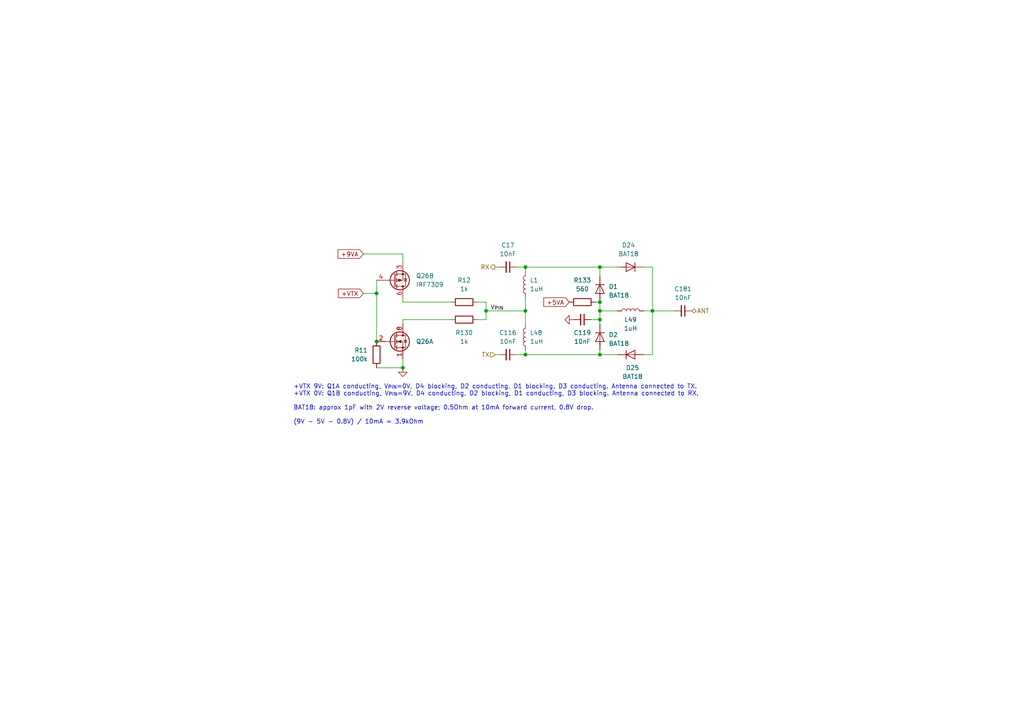
<source format=kicad_sch>
(kicad_sch (version 20211123) (generator eeschema)
  (paper "A4")
  (title_block (title "DART-70 TRX") (date "2023-02-08") (rev "0") (company "HB9EGM") (comment 1 "A 4m Band SSB/CW Transceiver"))
  (lib_symbols
    (symbol "Device:C_Small" (pin_numbers hide) (pin_names (offset 0.254) hide)
      (property "Reference" "C" (at 0.254 1.778 0))
      (property "Value" "C_Small" (at 0.254 -2.032 0))
      (symbol "C_Small_0_1"
        (polyline (pts (xy -1.524 -0.508) (xy 1.524 -0.508)) (stroke (width 0.3302)))
        (polyline (pts (xy -1.524 0.508) (xy 1.524 0.508)) (stroke (width 0.3048)))
      )
      (symbol "C_Small_1_1"
        (pin passive line (at 0 2.54 270) (length 2.032) (name "~") (number "1"))
        (pin passive line (at 0 -2.54 90) (length 2.032) (name "~") (number "2"))
      )
    )
    (symbol "Device:L" (pin_numbers hide) (pin_names (offset 1.016) hide)
      (property "Reference" "L" (at -1.27 0 90))
      (property "Value" "L" (at 1.905 0 90))
      (symbol "L_0_1"
        (arc (start 0 -2.54) (mid 0.635 -1.905) (end 0 -1.27))
        (arc (start 0 -1.27) (mid 0.635 -0.635) (end 0 0))
        (arc (start 0 0) (mid 0.635 0.635) (end 0 1.27))
        (arc (start 0 1.27) (mid 0.635 1.905) (end 0 2.54))
      )
      (symbol "L_1_1"
        (pin passive line (at 0 3.81 270) (length 1.27) (name "1") (number "1"))
        (pin passive line (at 0 -3.81 90) (length 1.27) (name "2") (number "2"))
      )
    )
    (symbol "Device:R" (pin_numbers hide) (pin_names (offset 0))
      (property "Reference" "R" (at 2.032 0 90))
      (property "Value" "R" (at 0 0 90))
      (symbol "R_0_1"
        (rectangle (start -1.016 -2.54) (end 1.016 2.54) (stroke (width 0.254)))
      )
      (symbol "R_1_1"
        (pin passive line (at 0 3.81 270) (length 1.27) (name "~") (number "1"))
        (pin passive line (at 0 -3.81 90) (length 1.27) (name "~") (number "2"))
      )
    )
    (symbol "Transistor_FET:IRF7309IPBF" (pin_names hide)
      (property "Reference" "Q" (at 5.08 1.905 0))
      (property "Value" "IRF7309IPBF" (at 5.08 0 0))
      (symbol "IRF7309IPBF_0_1"
        (polyline (pts (xy 0.254 0) (xy -2.54 0)))
        (polyline (pts (xy 0.254 1.905) (xy 0.254 -1.905)) (stroke (width 0.254)))
        (polyline (pts (xy 0.762 -1.27) (xy 0.762 -2.286)) (stroke (width 0.254)))
        (polyline (pts (xy 0.762 0.508) (xy 0.762 -0.508)) (stroke (width 0.254)))
        (polyline (pts (xy 0.762 2.286) (xy 0.762 1.27)) (stroke (width 0.254)))
        (polyline (pts (xy 2.54 2.54) (xy 2.54 1.778)))
        (polyline (pts (xy 2.54 -2.54) (xy 2.54 0) (xy 0.762 0)))
        (polyline (pts (xy 0.762 -1.778) (xy 3.302 -1.778) (xy 3.302 1.778) (xy 0.762 1.778)))
        (circle (center 1.651 0) (radius 2.794) (stroke (width 0.254)))
        (circle (center 2.54 -1.778) (radius 0.254) (fill (type outline)))
        (circle (center 2.54 1.778) (radius 0.254) (fill (type outline)))
      )
      (symbol "IRF7309IPBF_1_1"
        (polyline (pts (xy 1.016 0) (xy 2.032 0.381) (xy 2.032 -0.381) (xy 1.016 0)) (fill (type outline)))
        (polyline (pts (xy 2.794 0.508) (xy 2.921 0.381) (xy 3.683 0.381) (xy 3.81 0.254)))
        (polyline (pts (xy 3.302 0.381) (xy 2.921 -0.254) (xy 3.683 -0.254) (xy 3.302 0.381)))
        (pin passive line (at 2.54 -5.08 90) (length 2.54) (name "S") (number "1"))
        (pin input line (at -5.08 0 0) (length 2.54) (name "G") (number "2"))
        (pin passive line (at 2.54 5.08 270) (length 2.54) hide (name "D") (number "7"))
        (pin passive line (at 2.54 5.08 270) (length 2.54) (name "D") (number "8"))
      )
      (symbol "IRF7309IPBF_2_1"
        (polyline (pts (xy 2.286 0) (xy 1.27 0.381) (xy 1.27 -0.381) (xy 2.286 0)) (fill (type outline)))
        (polyline (pts (xy 2.794 -0.508) (xy 2.921 -0.381) (xy 3.683 -0.381) (xy 3.81 -0.254)))
        (polyline (pts (xy 3.302 -0.381) (xy 2.921 0.254) (xy 3.683 0.254) (xy 3.302 -0.381)))
        (pin passive line (at 2.54 -5.08 90) (length 2.54) (name "1") (number "3"))
        (pin input line (at -5.08 0 0) (length 2.54) (name "G") (number "4"))
        (pin passive line (at 2.54 5.08 270) (length 2.54) hide (name "D") (number "5"))
        (pin passive line (at 2.54 5.08 270) (length 2.54) (name "D") (number "6"))
      )
    )
    (symbol "mpb:BAT18" (pin_numbers hide) (pin_names (offset 0) hide)
      (property "Reference" "D" (at 0 2.54 0))
      (property "Value" "BAT18" (at 0 -2.54 0))
      (symbol "BAT18_0_1"
        (polyline (pts (xy -1.27 0) (xy 2.54 0)))
        (polyline (pts (xy -1.27 1.27) (xy -1.27 -1.27)) (stroke (width 0.2032)))
        (polyline (pts (xy 1.27 1.27) (xy 1.27 -1.27) (xy -1.27 0) (xy 1.27 1.27)) (stroke (width 0.2032)))
      )
      (symbol "BAT18_1_1"
        (pin passive line (at 3.81 0 180) (length 2.54) (name "A") (number "1"))
        (pin passive line (at -3.81 0 0) (length 2.54) (name "K") (number "3"))
      )
    )
    (symbol "power:GND" (power) (pin_names (offset 0))
      (property "Value" "GND" (at 0 -3.81 0))
      (symbol "GND_0_1"
        (polyline (pts (xy 0 0) (xy 0 -1.27) (xy 1.27 -1.27) (xy 0 -2.54) (xy -1.27 -1.27) (xy 0 -1.27)))
      )
      (symbol "GND_1_1"
        (pin power_in line (at 0 0 270) (length 0) hide (name "GND") (number "1"))
      )
    )
  )
  (junction (at 152.4 102.87))
  (junction (at 109.22 99.06))
  (junction (at 173.99 87.63))
  (junction (at 189.23 90.17))
  (junction (at 116.84 106.68))
  (junction (at 140.97 90.17))
  (junction (at 173.99 77.47))
  (junction (at 173.99 92.71))
  (junction (at 152.4 77.47))
  (junction (at 152.4 90.17))
  (junction (at 109.22 85.09))
  (junction (at 173.99 90.17))
  (junction (at 173.99 102.87))
  (wire (pts (xy 149.86 77.47) (xy 152.4 77.47)))
  (wire (pts (xy 179.07 102.87) (xy 173.99 102.87)))
  (wire (pts (xy 143.51 102.87) (xy 144.78 102.87)))
  (wire (pts (xy 149.86 102.87) (xy 152.4 102.87)))
  (wire (pts (xy 173.99 77.47) (xy 179.07 77.47)))
  (wire (pts (xy 189.23 90.17) (xy 195.58 90.17)))
  (wire (pts (xy 189.23 90.17) (xy 186.69 90.17)))
  (wire (pts (xy 173.99 92.71) (xy 173.99 93.98)))
  (wire (pts (xy 173.99 92.71) (xy 173.99 90.17)))
  (wire (pts (xy 152.4 102.87) (xy 152.4 101.6)))
  (wire (pts (xy 109.22 85.09) (xy 109.22 99.06)))
  (wire (pts (xy 109.22 81.28) (xy 109.22 85.09)))
  (wire (pts (xy 152.4 78.74) (xy 152.4 77.47)))
  (wire (pts (xy 109.22 106.68) (xy 116.84 106.68)))
  (wire (pts (xy 173.99 102.87) (xy 152.4 102.87)))
  (wire (pts (xy 173.99 80.01) (xy 173.99 77.47)))
  (wire (pts (xy 116.84 87.63) (xy 130.81 87.63)))
  (wire (pts (xy 116.84 106.68) (xy 116.84 104.14)))
  (wire (pts (xy 116.84 86.36) (xy 116.84 87.63)))
  (wire (pts (xy 189.23 102.87) (xy 186.69 102.87)))
  (wire (pts (xy 189.23 90.17) (xy 189.23 102.87)))
  (wire (pts (xy 173.99 87.63) (xy 173.99 90.17)))
  (wire (pts (xy 116.84 73.66) (xy 116.84 76.2)))
  (wire (pts (xy 105.41 73.66) (xy 116.84 73.66)))
  (wire (pts (xy 173.99 90.17) (xy 179.07 90.17)))
  (wire (pts (xy 140.97 92.71) (xy 138.43 92.71)))
  (wire (pts (xy 152.4 90.17) (xy 152.4 93.98)))
  (wire (pts (xy 140.97 87.63) (xy 138.43 87.63)))
  (wire (pts (xy 105.41 85.09) (xy 109.22 85.09)))
  (wire (pts (xy 152.4 86.36) (xy 152.4 90.17)))
  (wire (pts (xy 189.23 77.47) (xy 186.69 77.47)))
  (wire (pts (xy 173.99 102.87) (xy 173.99 101.6)))
  (wire (pts (xy 152.4 77.47) (xy 173.99 77.47)))
  (wire (pts (xy 173.99 92.71) (xy 171.45 92.71)))
  (wire (pts (xy 172.72 87.63) (xy 173.99 87.63)))
  (wire (pts (xy 116.84 92.71) (xy 116.84 93.98)))
  (wire (pts (xy 143.51 77.47) (xy 144.78 77.47)))
  (wire (pts (xy 140.97 90.17) (xy 152.4 90.17)))
  (wire (pts (xy 189.23 77.47) (xy 189.23 90.17)))
  (wire (pts (xy 140.97 87.63) (xy 140.97 90.17)))
  (wire (pts (xy 130.81 92.71) (xy 116.84 92.71)))
  (wire (pts (xy 140.97 90.17) (xy 140.97 92.71)))
  (text "+VTX 9V: Q1A conducting, V_{PIN}=0V, D4 blocking, D2 conducting, D1 blocking, D3 conducting. Antenna connected to TX.\n+VTX 0V: Q1B conducting, V_{PIN}=9V, D4 conducting, D2 blocking, D1 conducting, D3 blocking. Antenna connected to RX.\n\nBAT18: approx 1pF with 2V reverse voltage; 0.5Ohm at 10mA forward current, 0.8V drop.\n\n(9V - 5V - 0.8V) / 10mA = 3.9kOhm" (at 85.09 123.19 0) (effects (font (size 1.27 1.27)) (justify left bottom)))
  (label "V_{PIN}" (at 142.24 90.17 0))
  (global_label "+5VA" (shape input) (at 165.1 87.63 180) (property "Intersheet References" "${INTERSHEET_REFS}" (effects hide)))
  (global_label "+VTX" (shape input) (at 105.41 85.09 180) (property "Intersheet References" "${INTERSHEET_REFS}" (effects hide)))
  (global_label "+9VA" (shape input) (at 105.41 73.66 180) (property "Intersheet References" "${INTERSHEET_REFS}" (effects hide)))
  (hierarchical_label "TX" (shape input) (at 143.51 102.87 180))
  (hierarchical_label "ANT" (shape bidirectional) (at 200.66 90.17 0))
  (hierarchical_label "RX" (shape output) (at 143.51 77.47 180))
  (symbol (lib_id "mpb:BAT18") (at 182.88 77.47 180) (unit 1)
    (property "Reference" "D24" (at 182.2958 71.12 0))
    (property "Value" "BAT18" (at 182.2958 73.66 0))
    (property "Footprint" "Package_TO_SOT_SMD:SOT-23_Handsoldering" (effects hide))
    (property "Need_order" "0" (effects hide))
    (property "MPN" "BAT18" (effects hide))
  )
  (symbol (lib_id "power:GND") (at 116.84 106.68 0) (unit 1)
    (property "Reference" "#PWR057" (effects hide))
    (property "Value" "GND" (effects hide))
  )
  (symbol (lib_id "mpb:BAT18") (at 173.99 83.82 270) (unit 1)
    (property "Reference" "D1" (at 176.53 83.1341 90) (effects (justify left)))
    (property "Value" "BAT18" (at 176.53 85.6741 90) (effects (justify left)))
    (property "Footprint" "Package_TO_SOT_SMD:SOT-23_Handsoldering" (effects hide))
    (property "Need_order" "0" (effects hide))
    (property "MPN" "BAT18" (effects hide))
  )
  (symbol (lib_id "Device:C_Small") (at 147.32 77.47 270) (mirror x) (unit 1)
    (property "Reference" "C17" (at 147.3136 71.12 90))
    (property "Value" "10nF" (at 147.3136 73.66 90))
    (property "Footprint" "Capacitor_SMD:C_0805_2012Metric_Pad1.18x1.45mm_HandSolder" (effects hide))
    (property "MPN" "VJ0805A103KXJTBC" (effects hide))
    (property "Need_order" "0" (effects hide))
  )
  (symbol (lib_id "Device:R") (at 134.62 92.71 270) (unit 1)
    (property "Reference" "R130" (at 134.62 96.52 90))
    (property "Value" "1k" (at 134.62 99.06 90))
    (property "Footprint" "Resistor_SMD:R_0603_1608Metric_Pad0.98x0.95mm_HandSolder" (effects hide))
    (property "Need_order" "0" (effects hide))
  )
  (symbol (lib_id "Device:L") (at 152.4 97.79 180) (unit 1)
    (property "Reference" "L48" (at 153.67 96.5199 0) (effects (justify right)))
    (property "Value" "1uH" (at 153.67 99.0599 0) (effects (justify right)))
    (property "Footprint" "Inductor_SMD:L_1008_2520Metric_Pad1.43x2.20mm_HandSolder" (effects hide))
    (property "MPN" "LQW2UAS1R0x0CL" (effects hide))
    (property "Need_order" "0" (effects hide))
  )
  (symbol (lib_id "Device:C_Small") (at 198.12 90.17 270) (mirror x) (unit 1)
    (property "Reference" "C181" (at 198.1136 83.82 90))
    (property "Value" "10nF" (at 198.1136 86.36 90))
    (property "Footprint" "Capacitor_SMD:C_0805_2012Metric_Pad1.18x1.45mm_HandSolder" (effects hide))
    (property "MPN" "VJ0805A103KXJTBC" (effects hide))
    (property "Need_order" "0" (effects hide))
  )
  (symbol (lib_id "Transistor_FET:IRF7309IPBF") (at 114.3 99.06 0) (unit 1)
    (property "Reference" "Q26" (at 120.65 99.0599 0) (effects (justify left)))
    (property "Value" "IRF7309" (effects hide))
    (property "Footprint" "Package_SO:SOIC-8_3.9x4.9mm_P1.27mm" (effects hide))
    (property "Datasheet" "http://www.irf.com/product-info/datasheets/data/irf7309ipbf.pdf" (effects hide))
    (property "MPN" "IRF7309TRPBF" (effects hide))
    (property "Need_order" "0" (effects hide))
  )
  (symbol (lib_id "Transistor_FET:IRF7309IPBF") (at 114.3 81.28 0) (mirror x) (unit 2)
    (property "Reference" "Q26" (at 120.65 80.0099 0) (effects (justify left)))
    (property "Value" "IRF7309" (at 120.65 82.5499 0) (effects (justify left)))
    (property "Footprint" "Package_SO:SOIC-8_3.9x4.9mm_P1.27mm" (effects hide))
    (property "Datasheet" "http://www.irf.com/product-info/datasheets/data/irf7309ipbf.pdf" (effects hide))
    (property "MPN" "IRF7309TRPBF" (effects hide))
    (property "Need_order" "0" (effects hide))
  )
  (symbol (lib_id "mpb:BAT18") (at 182.88 102.87 0) (unit 1)
    (property "Reference" "D25" (at 183.4642 106.68 0))
    (property "Value" "BAT18" (at 183.4642 109.22 0))
    (property "Footprint" "Package_TO_SOT_SMD:SOT-23_Handsoldering" (effects hide))
    (property "Need_order" "0" (effects hide))
    (property "MPN" "BAT18" (effects hide))
  )
  (symbol (lib_id "Device:L") (at 182.88 90.17 90) (unit 1)
    (property "Reference" "L49" (at 182.88 92.71 90))
    (property "Value" "1uH" (at 182.88 95.25 90))
    (property "Footprint" "Inductor_SMD:L_1008_2520Metric_Pad1.43x2.20mm_HandSolder" (effects hide))
    (property "MPN" "LQW2UAS1R0x0CL" (effects hide))
    (property "Need_order" "0" (effects hide))
  )
  (symbol (lib_id "Device:R") (at 109.22 102.87 0) (unit 1)
    (property "Reference" "R11" (at 106.68 101.5999 0) (effects (justify right)))
    (property "Value" "100k" (at 106.68 104.1399 0) (effects (justify right)))
    (property "Footprint" "Resistor_SMD:R_0603_1608Metric_Pad0.98x0.95mm_HandSolder" (effects hide))
    (property "Need_order" "0" (effects hide))
  )
  (symbol (lib_id "mpb:BAT18") (at 173.99 97.79 270) (unit 1)
    (property "Reference" "D2" (at 176.53 97.1041 90) (effects (justify left)))
    (property "Value" "BAT18" (at 176.53 99.6441 90) (effects (justify left)))
    (property "Footprint" "Package_TO_SOT_SMD:SOT-23_Handsoldering" (effects hide))
    (property "Need_order" "0" (effects hide))
    (property "MPN" "BAT18" (effects hide))
  )
  (symbol (lib_id "Device:C_Small") (at 147.32 102.87 270) (mirror x) (unit 1)
    (property "Reference" "C116" (at 147.3136 96.52 90))
    (property "Value" "10nF" (at 147.3136 99.06 90))
    (property "Footprint" "Capacitor_SMD:C_0805_2012Metric_Pad1.18x1.45mm_HandSolder" (effects hide))
    (property "MPN" "VJ0805A103KXJTBC" (effects hide))
    (property "Need_order" "0" (effects hide))
  )
  (symbol (lib_id "power:GND") (at 166.37 92.71 270) (unit 1)
    (property "Reference" "#PWR060" (effects hide))
    (property "Value" "GND" (effects hide))
  )
  (symbol (lib_id "Device:R") (at 168.91 87.63 270) (unit 1)
    (property "Reference" "R133" (at 168.91 81.28 90))
    (property "Value" "560" (at 168.91 83.82 90))
    (property "Footprint" "Resistor_SMD:R_0603_1608Metric_Pad0.98x0.95mm_HandSolder" (effects hide))
    (property "Need_order" "0" (effects hide))
  )
  (symbol (lib_id "Device:C_Small") (at 168.91 92.71 270) (mirror x) (unit 1)
    (property "Reference" "C119" (at 168.9036 96.52 90))
    (property "Value" "10nF" (at 168.9036 99.06 90))
    (property "Footprint" "Capacitor_SMD:C_0805_2012Metric_Pad1.18x1.45mm_HandSolder" (effects hide))
    (property "MPN" "VJ0805A103KXJTBC" (effects hide))
    (property "Need_order" "0" (effects hide))
  )
  (symbol (lib_id "Device:L") (at 152.4 82.55 180) (unit 1)
    (property "Reference" "L1" (at 153.67 81.2799 0) (effects (justify right)))
    (property "Value" "1uH" (at 153.67 83.8199 0) (effects (justify right)))
    (property "Footprint" "Inductor_SMD:L_1008_2520Metric_Pad1.43x2.20mm_HandSolder" (effects hide))
    (property "MPN" "LQW2UAS1R0x0CL" (effects hide))
    (property "Need_order" "0" (effects hide))
  )
  (symbol (lib_id "Device:R") (at 134.62 87.63 270) (unit 1)
    (property "Reference" "R12" (at 134.62 81.28 90))
    (property "Value" "1k" (at 134.62 83.82 90))
    (property "Footprint" "Resistor_SMD:R_0603_1608Metric_Pad0.98x0.95mm_HandSolder" (effects hide))
    (property "Need_order" "0" (effects hide))
  )
)
</source>
